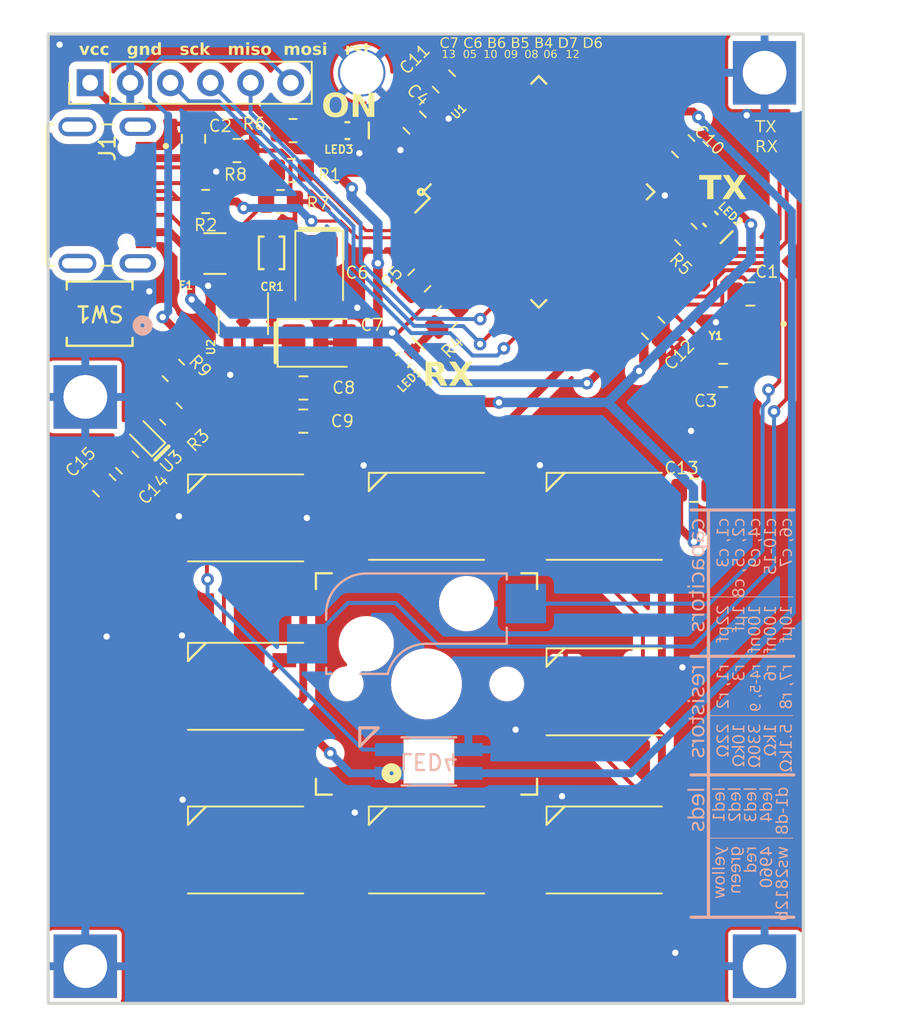
<source format=kicad_pcb>
(kicad_pcb (version 20221018) (generator pcbnew)
  (layers (0 "F.Cu" signal) (31 "B.Cu" signal) (34 "B.Paste" user) (35 "F.Paste" user) (36 "B.SilkS" user "B.Silkscreen") (37 "F.SilkS" user "F.Silkscreen") (38 "B.Mask" user) (39 "F.Mask" user) (44 "Edge.Cuts" user))
  (net 0 "")
  (net 1 "GND")
  (net 2 "Net-(U1-XTAL1)")
  (net 3 "VBUS")
  (net 4 "Net-(U1-XTAL2)")
  (net 5 "Net-(U1-AREF)")
  (net 6 "Net-(U1-UCAP)")
  (net 7 "Net-(U2-EN)")
  (net 8 "VCC")
  (net 9 "Net-(CR1-Pad2)")
  (net 10 "Net-(D1-DOUT)")
  (net 11 "Net-(D1-DIN)")
  (net 12 "Net-(D2-DIN)")
  (net 13 "Net-(D3-DIN)")
  (net 14 "Net-(D4-DIN)")
  (net 15 "Net-(D5-DIN)")
  (net 16 "Net-(D6-DIN)")
  (net 17 "D4")
  (net 19 "Net-(J1-CC1)")
  (net 22 "Net-(J1-D-)")
  (net 23 "Net-(J1-D+)")
  (net 24 "Net-(J1-CC2)")
  (net 31 "D3")
  (net 32 "D2")
  (net 33 "D15")
  (net 34 "D14")
  (net 35 "D16")
  (net 36 "RESET")
  (net 37 "Net-(LED1-Pad1)")
  (net 38 "Net-(LED2-Pad1)")
  (net 39 "Net-(LED3-Pad2)")
  (net 40 "DN")
  (net 41 "DP")
  (net 42 "Net-(U1-PB0)")
  (net 43 "Net-(U1-PD5)")
  (net 44 "D7")
  (net 45 "D11")
  (net 46 "RXI")
  (net 47 "TXO")
  (net 48 "D12")
  (net 49 "D6")
  (net 50 "D8")
  (net 51 "D9")
  (net 52 "D10")
  (net 53 "D5")
  (net 54 "D13")
  (net 55 "A0")
  (net 56 "A1")
  (net 57 "A2")
  (net 58 "A3")
  (net 59 "A4")
  (net 60 "A5")
  (net 64 "Net-(D7-DIN)")
  (net 65 "Net-(R9-Pad2)")
  (footprint "Capacitor_SMD:C_0805_2012Metric" (layer "F.Cu") (at 201.35 49.9 -45)
    (fp_text reference "C11")
    (fp_text value "100nf")
  )
  (footprint "" (layer "F.Cu") (at 178.65 69.85)
    (fp_text reference "")
    (fp_text value "")
  )
  (footprint "LED_SMD:LED_WS2812B_PLCC4_5.0x5.0mm_P3.2mm" (layer "F.Cu") (at 188.8 98.5 180)
    (fp_text reference "D5" hide)
    (fp_text value "WS2812B")
  )
  (footprint "MF_USMF050_2:FUSER_MF-USMF050-2" (layer "F.Cu") (at 186.85706 60.783704)
    (fp_text reference "F1")
    (fp_text value "MF-USMF050-2")
  )
  (footprint "Capacitor_SMD:C_0805_2012Metric" (layer "F.Cu") (at 199.8 62.49 45)
    (fp_text reference "C5")
    (fp_text value "1uf")
  )
  (footprint "Resistor_SMD:R_0805_2012Metric" (layer "F.Cu") (at 191.01 57.5)
    (fp_text reference "R7")
    (fp_text value "5.1k")
  )
  (footprint "Capacitor_SMD:C_0805_2012Metric" (layer "F.Cu") (at 192.45706 69.283704 180)
    (fp_text reference "C8")
    (fp_text value "1uf")
  )
  (footprint "Diode_SMD:D_SOD-523" (layer "F.Cu") (at 182.4 72.3 135)
    (fp_text reference "U3")
    (fp_text value "1SS400T1G")
  )
  (footprint "Capacitor_SMD:C_0805_2012Metric" (layer "F.Cu") (at 192.45 71.38 180)
    (fp_text reference "C9")
    (fp_text value "100nf")
  )
  (footprint "R_667843:R-667843_MIT" (layer "F.Cu") (at 179.55706 64.583704 180)
    (fp_text reference "SW1")
    (fp_text value "R-667843")
  )
  (footprint "Capacitor_SMD:C_0805_2012Metric" (layer "F.Cu") (at 214.6 65.5 -45)
    (fp_text reference "C12")
    (fp_text value "100nf")
  )
  (footprint "Resistor_SMD:R_0805_2012Metric" (layer "F.Cu") (at 184.075 70.925 135)
    (fp_text reference "R3")
    (fp_text value "10k")
  )
  (footprint "" (layer "F.Cu") (at 221.65 105.85)
    (fp_text reference "")
    (fp_text value "")
  )
  (footprint "Capacitor_SMD:C_0805_2012Metric" (layer "F.Cu") (at 179.85 75.45 135)
    (fp_text reference "C15")
    (fp_text value "100nf")
  )
  (footprint "" (layer "F.Cu") (at 178.65 69.85)
    (fp_text reference "")
    (fp_text value "")
  )
  (footprint "" (layer "F.Cu") (at 221.65 49.35)
    (fp_text reference "")
    (fp_text value "")
  )
  (footprint "LED_SMD:LED_WS2812B_PLCC4_5.0x5.0mm_P3.2mm" (layer "F.Cu") (at 200.25 98.5 180)
    (fp_text reference "D4" hide)
    (fp_text value "WS2812B")
  )
  (footprint "Capacitor_SMD:C_0805_2012Metric" (layer "F.Cu") (at 216.5 54 135)
    (fp_text reference "C10")
    (fp_text value "100nf")
  )
  (footprint "Capacitor_Tantalum_SMD:CP_EIA-3528-15_AVX-H_Pad1.50x2.35mm_HandSolder" (layer "F.Cu") (at 193.45706 66.43)
    (fp_text reference "C7")
    (fp_text value "10uf")
  )
  (footprint "DX07S016JA1R1500:JAE_DX07S016JA1R1500" (layer "F.Cu") (at 181.25 57.083704 -90)
    (fp_text reference "J1")
    (fp_text value "DX07S016JA1R1500")
    (fp_line (start 2.875 -0.315) (end 3.125 -0.315) (stroke (width 0.01)) (layer "Edge.Cuts"))
    (fp_line (start 3.125 0.315) (end 2.875 0.315) (stroke (width 0.01)) (layer "Edge.Cuts"))
    (fp_arc (start 2.56 0) (mid 2.652261 -0.222739) (end 2.875 -0.315) (stroke (width 0.01)) (layer "Edge.Cuts"))
    (fp_arc (start 2.875 0.315) (mid 2.652261 0.222739) (end 2.56 0) (stroke (width 0.01)) (layer "Edge.Cuts"))
    (fp_arc (start 3.125 -0.315) (mid 3.347739 -0.222739) (end 3.44 0) (stroke (width 0.01)) (layer "Edge.Cuts"))
    (fp_arc (start 3.44 0) (mid 3.347739 0.222739) (end 3.125 0.315) (stroke (width 0.01)) (layer "Edge.Cuts"))
  )
  (footprint "" (layer "F.Cu") (at 221.65 49.35)
    (fp_text reference "")
    (fp_text value "")
  )
  (footprint "Resistor_SMD:R_0805_2012Metric" (layer "F.Cu") (at 216.675 59.575 -45)
    (fp_text reference "R5")
    (fp_text value "330")
  )
  (footprint "Capacitor_SMD:C_0805_2012Metric" (layer "F.Cu") (at 199.5 52.5 135)
    (fp_text reference "C4")
    (fp_text value "100nf")
  )
  (footprint "Package_TO_SOT_SMD:SOT-23-5" (layer "F.Cu") (at 188.65706 65.083704 -90)
    (fp_text reference "U2")
    (fp_text value "MIC5219-5.0YM5")
  )
  (footprint "" (layer "F.Cu") (at 178.65 69.85)
    (fp_text reference "")
    (fp_text value "")
  )
  (footprint "footprints:LED_LTST-C191KRKT_LTO" (layer "F.Cu") (at 198.792204 67.507796 -135)
    (fp_text reference "LED1")
    (fp_text value "LTST-C191KSKT")
  )
  (footprint "LED_SMD:LED_WS2812B_PLCC4_5.0x5.0mm_P3.2mm" (layer "F.Cu") (at 211.5 77.4 180)
    (fp_text reference "D1" hide)
    (fp_text value "WS2812B")
  )
  (footprint "Resistor_SMD:R_0805_2012Metric" (layer "F.Cu") (at 191.8 53.01)
    (fp_text reference "R6")
    (fp_text value "1k")
  )
  (footprint "Resistor_SMD:R_0805_2012Metric" (layer "F.Cu") (at 201.535235 64.784765 -135)
    (fp_text reference "R4")
    (fp_text value "330")
  )
  (footprint "Capacitor_SMD:C_0805_2012Metric" (layer "F.Cu") (at 219.03 68.49)
    (fp_text reference "C3")
    (fp_text value "22pf")
  )
  (footprint "Connector_PinHeader_2.54mm:PinHeader_1x06_P2.54mm_Vertical" (layer "F.Cu") (at 178.95706 49.983704 90)
    (fp_text reference "J3" hide)
    (fp_text value "Conn_01x06")
  )
  (footprint "footprints:LED_LTST-C191KRKT_LTO" (layer "F.Cu") (at 195.24 53.01 180)
    (fp_text reference "LED3")
    (fp_text value "LTST-C191KSKT")
  )
  (footprint "" (layer "F.Cu") (at 196.15 49.35)
    (fp_text reference "")
    (fp_text value "")
  )
  (footprint "Resistor_SMD:R_0805_2012Metric" (layer "F.Cu") (at 184.225 68.175 135)
    (fp_text reference "R9")
    (fp_text value "330")
  )
  (footprint "clipboard:4f5b61f9-1e4c-4a2e-b6b5-7684ae1e77c1" (layer "F.Cu") (at 221.65 105.85)
    (fp_text reference "")
    (fp_text value "")
  )
  (footprint "ECS-160-10-36-CKM-TR3:XTAL_ECS-160-10-36-CKM-TR3" (layer "F.Cu") (at 220.80706 65.933704 180)
    (fp_text reference "Y1")
    (fp_text value "ECS-160-10-36-CKM-TR3")
  )
  (footprint "Capacitor_Tantalum_SMD:CP_EIA-3528-15_AVX-H_Pad1.50x2.35mm_HandSolder" (layer "F.Cu") (at 193.45706 61.983704 -90)
    (fp_text reference "C6")
    (fp_text value "10uf")
  )
  (footprint "clipboard:4f5b61f9-1e4c-4a2e-b6b5-7684ae1e77c1" (layer "F.Cu") (at 178.65 105.85)
    (fp_text reference "")
    (fp_text value "")
  )
  (footprint "keyswitches:Kailh_socket_MX" (layer "F.Cu") (at 200.25 88)
    (fp_text reference "J2" hide)
    (fp_text value "Conn_01x02")
  )
  (footprint "LED_SMD:LED_WS2812B_PLCC4_5.0x5.0mm_P3.2mm" (layer "F.Cu") (at 188.8 77.5 180)
    (fp_text reference "D7" hide)
    (fp_text value "WS2812B")
  )
  (footprint "footprints:LED_LTST-C191KRKT_LTO" (layer "F.Cu") (at 218.225 58.6 135)
    (fp_text reference "LED2")
    (fp_text value "LTST-C191KSKT")
  )
  (footprint "clipboard:4f5b61f9-1e4c-4a2e-b6b5-7684ae1e77c1" (layer "F.Cu") (at 178.65 69.85)
    (fp_text reference "")
    (fp_text value "")
  )
  (footprint "Capacitor_SMD:C_0805_2012Metric" (layer "F.Cu") (at 185.5 53.53 90)
    (fp_text reference "C2")
    (fp_text value "1uf")
  )
  (footprint "Resistor_SMD:R_0805_2012Metric" (layer "F.Cu") (at 191.7 55.53 180)
    (fp_text reference "R1")
    (fp_text value "22")
  )
  (footprint "LED_SMD:LED_WS2812B_PLCC4_5.0x5.0mm_P3.2mm" (layer "F.Cu") (at 211.5 88.5 180)
    (fp_text reference "D2" hide)
    (fp_text value "WS2812B")
  )
  (footprint "clipboard:4f5b61f9-1e4c-4a2e-b6b5-7684ae1e77c1" (layer "F.Cu") (at 221.65 49.35)
    (fp_text reference "")
    (fp_text value "")
  )
  (footprint "Package_QFP:TQFP-44_10x10mm_P0.8mm" (layer "F.Cu") (at 207.35706 56.883704 45)
    (fp_text reference "U1")
    (fp_text value "ATmega32U4-A")
  )
  (footprint "LED_SMD:LED_WS2812B_PLCC4_5.0x5.0mm_P3.2mm" (layer "F.Cu") (at 211.5 98.5 180)
    (fp_text reference "D3" hide)
    (fp_text value "WS2812B")
  )
  (footprint "LED_SMD:LED_WS2812B_PLCC4_5.0x5.0mm_P3.2mm" (layer "F.Cu") (at 200.25 77.4 180)
    (fp_text reference "D8" hide)
    (fp_text value "WS2812B")
  )
  (footprint "LED_SMD:LED_WS2812B_PLCC4_5.0x5.0mm_P3.2mm" (layer "F.Cu") (at 188.8 88.15 180)
    (fp_text reference "D6" hide)
    (fp_text value "WS2812B")
  )
  (footprint "Resistor_SMD:R_0805_2012Metric" (layer "F.Cu") (at 186.2725 57.49)
    (fp_text reference "R2")
    (fp_text value "22")
  )
  (footprint "Capacitor_SMD:C_0805_2012Metric" (layer "F.Cu") (at 220.75 63.34)
    (fp_text reference "C1")
    (fp_text value "22pf")
  )
  (footprint "Capacitor_SMD:C_0805_2012Metric" (layer "F.Cu") (at 217.2 75.75)
    (fp_text reference "C13")
    (fp_text value "100nf")
  )
  (footprint "" (layer "F.Cu") (at 221.65 49.35)
    (fp_text reference "")
    (fp_text value "")
  )
  (footprint "2023-12-05_05-52-42:SDO_RB550VM-30TE-17_ROM" (layer "F.Cu") (at 190.44 60.7392 -90)
    (fp_text reference "CR1")
    (fp_text value "RB550VM-30TE-17")
  )
  (footprint "Resistor_SMD:R_0805_2012Metric" (layer "F.Cu") (at 188.25 54.27)
    (fp_text reference "R8")
    (fp_text value "5.1k")
  )
  (footprint "" (layer "F.Cu") (at 221.65 105.85)
    (fp_text reference "")
    (fp_text value "")
  )
  (footprint "" (layer "F.Cu") (at 221.65 105.85)
    (fp_text reference "")
    (fp_text value "")
  )
  (footprint "" (layer "F.Cu") (at 178.65 105.85)
    (fp_text reference "")
    (fp_text value "")
  )
  (footprint "Capacitor_SMD:C_0805_2012Metric" (layer "F.Cu") (at 181.3 74 135)
    (fp_text reference "C14")
    (fp_text value "100nf")
  )
  (footprint "SK6812-E:4960_ADA" (layer "B.Cu") (at 200.4 92.9)
    (fp_text reference "LED4")
    (fp_text value "4960")
    (fp_line (start -1.6002 -1.397) (end 1.6002 -1.397) (stroke (width 0.0254)) (layer "Edge.Cuts"))
    (fp_line (start -1.6002 1.397) (end -1.6002 -1.397) (stroke (width 0.0254)) (layer "Edge.Cuts"))
    (fp_line (start -1.6002 1.397) (end 1.6002 1.397) (stroke (width 0.0254)) (layer "Edge.Cuts"))
    (fp_line (start 1.6002 -1.397) (end 1.6002 1.397) (stroke (width 0.0254)) (layer "Edge.Cuts"))
  )
  (footprint "LOGO" (layer "B.Cu") (at 207.8 56.2 180)
    (fp_text reference "G***" hide)
    (fp_text value "LOGO" hide)
  )
  (gr_line (start 223.5 77) (end 217 77) (stroke (width 0.2)) (layer "B.SilkS"))
  (gr_line (start 218.1 102.75) (end 218.1 77.025) (stroke (width 0.2)) (layer "B.SilkS"))
  (gr_line (start 223.4375 82.5) (end 218.0625 82.5) (stroke (width 0.05)) (layer "B.SilkS"))
  (gr_line (start 196.023464 90.776536) (end 196.023464 91.936536) (stroke (width 0.2)) (layer "B.SilkS"))
  (gr_line (start 223.4375 97.75) (end 218.0625 97.75) (stroke (width 0.05)) (layer "B.SilkS"))
  (gr_line (start 196.027215 91.942784) (end 197.192784 90.777215) (stroke (width 0.2)) (layer "B.SilkS"))
  (gr_line (start 223.5 86.25) (end 217 86.25) (stroke (width 0.2)) (layer "B.SilkS"))
  (gr_line (start 223.4375 90) (end 218.0625 90) (stroke (width 0.05)) (layer "B.SilkS"))
  (gr_line (start 196.023464 90.776536) (end 197.193464 90.776536) (stroke (width 0.2)) (layer "B.SilkS"))
  (gr_line (start 223.5 102.75) (end 217 102.75) (stroke (width 0.2)) (layer "B.SilkS"))
  (gr_line (start 223.5 93.75) (end 217 93.75) (stroke (width 0.2)) (layer "B.SilkS"))
  (gr_line (start 196.6 75.8) (end 197.75 74.65) (stroke (width 0.15)) (layer "F.SilkS"))
  (gr_line (start 185.15 75.9) (end 186.3 74.75) (stroke (width 0.15)) (layer "F.SilkS"))
  (gr_line (start 192.2 59.19) (end 194.7 59.19) (stroke (width 0.2)) (layer "F.SilkS"))
  (gr_line (start 207.85 86.9) (end 209 85.75) (stroke (width 0.15)) (layer "F.SilkS"))
  (gr_line (start 207.85 96.9) (end 209 95.75) (stroke (width 0.15)) (layer "F.SilkS"))
  (gr_line (start 218.875 60.125) (end 219.625 59.375) (stroke (width 0.15)) (layer "F.SilkS"))
  (gr_line (start 185.15 96.9) (end 186.3 95.75) (stroke (width 0.15)) (layer "F.SilkS"))
  (gr_line (start 207.85 75.8) (end 209 74.65) (stroke (width 0.15)) (layer "F.SilkS"))
  (gr_line (start 196.6 96.9) (end 197.75 95.75) (stroke (width 0.15)) (layer "F.SilkS"))
  (gr_circle (center 199.9 56.89) (end 199.970711 56.89) (stroke (width 0.2)) (fill none) (layer "F.SilkS"))
  (gr_line (start 185.15 86.55) (end 186.25 85.45) (stroke (width 0.15)) (layer "F.SilkS"))
  (gr_line (start 196.6 53.5) (end 196.6 52.5) (stroke (width 0.15)) (layer "F.SilkS"))
  (gr_line (start 190.67 65.18) (end 190.67 67.68) (stroke (width 0.2)) (layer "F.SilkS"))
  (gr_line (start 199.375 66.125) (end 200.125 66.875) (stroke (width 0.15)) (layer "F.SilkS"))
  (gr_line (start 183.075735 73.824264) (end 183.924264 72.975735) (stroke (width 0.25)) (layer "F.SilkS"))
  (gr_rect (start 176.3 46.9) (end 224.1 108.2) (stroke (width 0.2)) (fill none) (layer "Edge.Cuts"))
  (gr_text "006" (at 180.6 91.505 90) (layer "F.Cu") (effects (font (size 0.6 0.6) (thickness 0.15) bold) (justify left bottom)))
  (gr_text "button v1.0.0" (at 179 102.6 90) (layer "F.Cu") (effects (font (size 1.5 1.5) (thickness 0.3) bold) (justify left bottom)))
  (gr_text "c6, c7" (at 223.5 77.5 90) (layer "B.SilkS") (effects (font (size 0.75 0.75) (thickness 0.09375)) (justify left bottom mirror)))
  (gr_text "r3" (at 220.5 86.75 90) (layer "B.SilkS") (effects (font (size 0.75 0.75) (thickness 0.09375)) (justify left bottom mirror)))
  (gr_text "4960" (at 222.25 98.25 90) (layer "B.SilkS") (effects (font (size 0.75 0.75) (thickness 0.09375)) (justify left bottom mirror)))
  (gr_text "d1-d8" (at 223.25 94.5 90) (layer "B.SilkS") (effects (font (size 0.75 0.75) (thickness 0.09375)) (justify left bottom mirror)))
  (gr_text "1kΩ" (at 222.5 90.5 90) (layer "B.SilkS") (effects (font (size 0.75 0.75) (thickness 0.09375)) (justify left bottom mirror)))
  (gr_text "100nf" (at 221.5 83 90) (layer "B.SilkS") (effects (font (size 0.75 0.75) (thickness 0.09375)) (justify left bottom mirror)))
  (gr_text "red" (at 221.25 98.25 90) (layer "B.SilkS") (effects (font (size 0.75 0.75) (thickness 0.09375)) (justify left bottom mirror)))
  (gr_text "c2, c5, c8" (at 220.5 77.5 90) (layer "B.SilkS") (effects (font (size 0.75 0.75) (thickness 0.09375)) (justify left bottom mirror)))
  (gr_text "led3" (at 221.25 94.5 90) (layer "B.SilkS") (effects (font (size 0.75 0.75) (thickness 0.09375)) (justify left bottom mirror)))
  (gr_text "leds" (at 218 94.5 90) (layer "B.SilkS") (effects (font (size 1 1) (thickness 0.125)) (justify left bottom mirror)))
  (gr_text "22pf" (at 219.5 83 90) (layer "B.SilkS") (effects (font (size 0.75 0.75) (thickness 0.09375)) (justify left bottom mirror)))
  (gr_text "5.1kΩ" (at 223.5 90.5 90) (layer "B.SilkS") (effects (font (size 0.75 0.75) (thickness 0.09375)) (justify left bottom mirror)))
  (gr_text "c4, c9" (at 221.5 77.5 90) (layer "B.SilkS") (effects (font (size 0.75 0.75) (thickness 0.09375)) (justify left bottom mirror)))
  (gr_text "10kΩ" (at 220.5 90.5 90) (layer "B.SilkS") (effects (font (size 0.75 0.75) (thickness 0.09375)) (justify left bottom mirror)))
  (gr_text "yellow" (at 219.25 98.25 90) (layer "B.SilkS") (effects (font (size 0.75 0.75) (thickness 0.09375)) (justify left bottom mirror)))
  (gr_text "100nf" (at 222.5 83 90) (layer "B.SilkS") (effects (font (size 0.75 0.75) (thickness 0.09375)) (justify left bottom mirror)))
  (gr_text "10µf" (at 223.5 83 90) (layer "B.SilkS") (effects (font (size 0.75 0.75) (thickness 0.09375)) (justify left bottom mirror)))
  (gr_text "22Ω" (at 219.5 90.5 90) (layer "B.SilkS") (effects (font (size 0.75 0.75) (thickness 0.09375)) (justify left bottom mirror)))
  (gr_text "c10-15" (at 222.5 77.5 90) (layer "B.SilkS") (effects (font (size 0.75 0.75) (thickness 0.09375)) (justify left bottom mirror)))
  (gr_text "led4" (at 222.25 94.5 90) (layer "B.SilkS") (effects (font (size 0.75 0.75) (thickness 0.09375)) (justify left bottom mirror)))
  (gr_text "led2" (at 220.25 94.5 90) (layer "B.SilkS") (effects (font (size 0.75 0.75) (thickness 0.09375)) (justify left bottom mirror)))
  (gr_text "r1, r2" (at 219.5 86.75 90) (layer "B.SilkS") (effects (font (size 0.75 0.75) (thickness 0.09375)) (justify left bottom mirror)))
  (gr_text "330Ω" (at 221.5 90.5 90) (layer "B.SilkS") (effects (font (size 0.75 0.75) (thickness 0.09375)) (justify left bottom mirror)))
  (gr_text "r6" (at 222.5 86.75 90) (layer "B.SilkS") (effects (font (size 0.75 0.75) (thickness 0.09375)) (justify left bottom mirror)))
  (gr_text "c1, c3" (at 219.5 77.5 90) (layer "B.SilkS") (effects (font (size 0.75 0.75) (thickness 0.09375)) (justify left bottom mirror)))
  (gr_text "green" (at 220.25 98.25 90) (layer "B.SilkS") (effects (font (size 0.75 0.75) (thickness 0.09375)) (justify left bottom mirror)))
  (gr_text "r7, r8" (at 223.5 86.75 90) (layer "B.SilkS") (effects (font (size 0.75 0.75) (thickness 0.09375)) (justify left bottom mirror)))
  (gr_text "r4-5, 9" (at 221.5 86.75 90) (layer "B.SilkS") (effects (font (size 0.65 0.65) (thickness 0.09375)) (justify left bottom mirror)))
  (gr_text "capacitors" (at 218 77.5 90) (layer "B.SilkS") (effects (font (size 1 1) (thickness 0.125)) (justify left bottom mirror)))
  (gr_text "ws2812b" (at 223.25 98.25 90) (layer "B.SilkS") (effects (font (size 0.75 0.75) (thickness 0.09375)) (justify left bottom mirror)))
  (gr_text "led1" (at 219.25 94.5 90) (layer "B.SilkS") (effects (font (size 0.75 0.75) (thickness 0.09375)) (justify left bottom mirror)))
  (gr_text "1µf" (at 220.5 83 90) (layer "B.SilkS") (effects (font (size 0.75 0.75) (thickness 0.09375)) (justify left bottom mirror)))
  (gr_text "resistors" (at 218 86.75 90) (layer "B.SilkS") (effects (font (size 1 1) (thickness 0.125)) (justify left bottom mirror)))
  (gr_text "05" (at 202.55 48.5) (layer "F.SilkS") (effects (font (size 0.5 0.5) (thickness 0.125)) (justify left bottom)))
  (gr_text "vcc   gnd   sck   miso  mosi   rst" (at 178.25 48.35) (layer "F.SilkS") (effects (font (size 0.75 0.75) (thickness 0.1) bold) (justify left bottom)))
  (gr_text "TX" (at 217.5 57.6) (layer "F.SilkS") (effects (font (size 1.5 1.5) (thickness 0.3) bold) (justify left bottom)))
  (gr_text "09" (at 205.15 48.5) (layer "F.SilkS") (effects (font (size 0.5 0.5) (thickness 0.125)) (justify left bottom)))
  (gr_text "RX" (at 200 69.4) (layer "F.SilkS") (effects (font (size 1.5 1.5) (thickness 0.3) bold) (justify left bottom)))
  (gr_text "ON" (at 193.6 52.4) (layer "F.SilkS") (effects (font (size 1.5 1.5) (thickness 0.3) bold) (justify left bottom)))
  (gr_text "13" (at 201.21 48.5) (layer "F.SilkS") (effects (font (size 0.5 0.5) (thickness 0.125)) (justify left bottom)))
  (gr_text "06" (at 207.65 48.5) (layer "F.SilkS") (effects (font (size 0.5 0.5) (thickness 0.125)) (justify left bottom)))
  (gr_text "C7 C6 B6 B5 B4 D7 D6" (at 201.08 47.89) (layer "F.SilkS") (effects (font (size 0.65 0.65)) (justify left bottom)))
  (gr_text "08" (at 206.45 48.5) (layer "F.SilkS") (effects (font (size 0.5 0.5) (thickness 0.125)) (justify left bottom)))
  (gr_text "12" (at 209.05 48.5) (layer "F.SilkS") (effects (font (size 0.5 0.5) (thickness 0.125)) (justify left bottom)))
  (gr_text "TX\nRX" (at 221.05 54.5) (layer "F.SilkS") (effects (font (size 0.75 0.75)) (justify left bottom)))
  (gr_text "10" (at 203.85 48.5) (layer "F.SilkS") (effects (font (size 0.5 0.5) (thickness 0.125)) (justify left bottom)))
  (segment (start 219.231751 53.328249) (end 220.52 52.04) (width 0.25) (layer "F.Cu") (net 1))
  (segment (start 222.175 48.625) (end 222.6 49.05) (width 0.25) (layer "F.Cu") (net 1))
  (segment (start 191.9225 57.5) (end 191.64 57.2175) (width 0.25) (layer "F.Cu") (net 1))
  (segment (start 183.519509 60.183704) (end 182.35 60.183704) (width 0.25) (layer "F.Cu") (net 1))
  (segment (start 195.87 64.21) (end 195.87 61.28) (width 0.25) (layer "F.Cu") (net 1))
  (segment (start 218.57 65.13) (end 218.491396 65.13) (width 0.25) (layer "F.Cu") (net 1))
  (segment (start 187.827 55.6055) (end 189.1625 54.27) (width 0.25) (layer "F.Cu") (net 1))
  (segment (start 191.07 54.27) (end 189.1625 54.27) (width 0.25) (layer "F.Cu") (net 1))
  (segment (start 183.5 53.983704) (end 183.25706 53.983704) (width 0.5) (layer "F.Cu") (net 1))
  (segment (start 219.8 63.34) (end 219.8 63.821396) (width 0.25) (layer "F.Cu") (net 1))
  (segment (start 218.57 65.051396) (end 218.57 65.13) (width 0.25) (layer "F.Cu") (net 1))
  (segment (start 202.021751 50.571751) (end 202.021751 51.878249) (width 0.25) (layer "F.Cu") (net 1))
  (segment (start 201.65 52.25) (end 203.793645 50.106355) (width 0.25) (layer "F.Cu") (net 1))
  (segment (start 202.276767 60.832626) (end 202.760866 60.348527) (width 0.25) (layer "F.Cu") (net 1))
  (segment (start 196.48 60.67) (end 200.490227 60.67) (width 0.25) (layer "F.Cu") (net 1))
  (segment (start 200.490227 60.67) (end 200.652853 60.832626) (width 0.25) (layer "F.Cu") (net 1))
  (segment (start 198.96 54.6) (end 198.6 54.24) (width 0.25) (layer "F.Cu") (net 1))
  (segment (start 205.105194 50.106355) (end 205.589293 50.590454) (width 0.25) (layer "F.Cu") (net 1))
  (segment (start 183.625 63.175) (end 184.36506 62.43494) (width 0.25) (layer "F.Cu") (net 1))
  (segment (start 215.521751 64.833147) (end 215.521751 65.921751) (width 0.25) (layer "F.Cu") (net 1))
  (segment (start 215.521751 65.921751) (end 215.271751 66.171751) (width 0.25) (layer "F.Cu") (net 1))
  (segment (start 184.36506 62.43494) (end 184.36506 61.029255) (width 0.25) (layer "F.Cu") (net 1))
  (segment (start 182.7 63.175) (end 183.625 63.175) (width 0.25) (layer "F.Cu") (net 1))
  (segment (start 201.06381 55.115937) (end 200.547873 54.6) (width 0.25) (layer "F.Cu") (net 1))
  (segment (start 184.36506 61.029255) (end 183.519509 60.183704) (width 0.25) (layer "F.Cu") (net 1))
  (segment (start 195.87 61.28) (end 196.48 60.67) (width 0.25) (layer "F.Cu") (net 1))
  (segment (start 215.828249 53.328249) (end 219.231751 53.328249) (width 0.25) (layer "F.Cu") (net 1))
  (segment (start 218.561396 65.06) (end 218.52 65.06) (width 0.25) (layer "F.Cu") (net 1))
  (segment (start 210.256198 62.045584) (end 211.520614 63.31) (width 0.25) (layer "F.Cu") (net 1))
  (segment (start 213.998604 63.31) (end 215.521751 64.833147) (width 0.25) (layer "F.Cu") (net 1))
  (segment (start 202.021751 51.878249) (end 201.65 52.25) (width 0.25) (layer "F.Cu") (net 1))
  (segment (start 222.175 48.625) (end 222.05 48.5) (width 0.5) (layer "F.Cu") (net 1))
  (segment (start 184.096296 53.983704) (end 183.5 53.983704) (width 0.5) (layer "F.Cu") (net 1))
  (segment (start 185.5 52.58) (end 184.096296 53.983704) (width 0.5) (layer "F.Cu") (net 1))
  (segment (start 218.491396 65.13) (end 218.561396 65.06) (width 0.25) (layer "F.Cu") (net 1))
  (segment (start 186.937271 55.6055) (end 187.827 55.6055) (width 0.25) (layer "F.Cu") (net 1))
  (segment (start 211.520614 63.31) (end 213.998604 63.31) (width 0.25) (layer "F.Cu") (net 1))
  (segment (start 203.793645 50.106355) (end 205.105194 50.106355) (width 0.25) (layer "F.Cu") (net 1))
  (segment (start 219.8 63.821396) (end 218.57 65.051396) (width 0.25) (layer "F.Cu") (net 1))
  (segment (start 200.652853 60.832626) (end 202.276767 60.832626) (width 0.25) (layer "F.Cu") (net 1))
  (segment (start 182.85 63.175) (end 182.7 63.175) (width 0.25) (layer "F.Cu") (net 1))
  (segment (start 191.64 57.2175) (end 191.64 54.84) (width 0.25) (layer "F.Cu") (net 1))
  (segment (start 182.35 53.983704) (end 183.5 53.983704) (width 0.5) (layer "F.Cu") (net 1))
  (segment (start 191.64 54.84) (end 191.07 54.27) (width 0.25) (layer "F.Cu") (net 1))
  (segment (start 215.271751 66.171751) (end 216.5 67.4) (width 0.25) (layer "F.Cu") (net 1))
  (segment (start 200.547873 54.6) (end 198.96 54.6) (width 0.25) (layer "F.Cu") (net 1))
  (segment (start 186.937271 55.6055) (end 187.1955 55.6055) (width 0.25) (layer "F.Cu") (net 1))
  (via (at 207.43 74.17) (size 0.8) (drill 0.4) (layers "F.Cu" "B.Cu") (net 1))
  (via (at 196 54.44) (size 0.8) (drill 0.4) (layers "F.Cu" "B.Cu") (net 1))
  (via (at 215.34 57.11) (size 0.8) (drill 0.4) (layers "F.Cu" "B.Cu") (net 1))
  (via (at 217 72) (size 0.8) (drill 0.4) (layers "F.Cu" "B.Cu") (net 1))
  (via (at 182.7 63.175) (size 0.8) (drill 0.4) (layers "F.Cu" "B.Cu") (net 1))
  (via (at 201.65 52.25) (size 0.8) (drill 0.4) (layers "F.Cu" "B.Cu") (net 1))
  (via (at 184.575 77.4) (size 0.8) (drill 0.4) (layers "F.Cu" "B.Cu") (net 1))
  (via (at 208.83 95.1) (size 0.8) (drill 0.4) (layers "F.Cu" "B.Cu") (net 1))
  (via (at 195.87 64.21) (size 0.8) (drill 0.4) (layers "F.Cu" "B.Cu") (net 1))
  (via (at 198.6 54.24) (size 0.8) (drill 0.4) (layers "F.Cu" "B.Cu") (net 1))
  (via (at 187.825 68.45) (size 0.8) (drill 0.4) (layers "F.Cu" "B.Cu") (net 1))
  (via (at 177.025 47.575) (size 0.8) (drill 0.4) (layers "F.Cu" "B.Cu") (net 1))
  (via (at 192.675 77.5) (size 0.8) (drill 0.4) (layers "F.Cu" "B.Cu") (net 1))
  (via (at 184.81 95.32) (size 0.8) (drill 0.4) (layers "F.Cu" "B.Cu") (net 1))
  (via (at 216 105) (size 0.8) (drill 0.4) (layers "F.Cu" "B.Cu") (net 1))
  (via (at 216.45 86.95) (size 0.8) (drill 0.4) (layers "F.Cu" "B.Cu") (net 1))
  (via (at 186.425 62.825) (size 0.8) (drill 0.4) (layers "F.Cu" "B.Cu") (net 1))
  (via (at 220.52 52.04) (size 0.8) (drill 0.4) (layers "F.Cu" "B.Cu") (net 1))
  (via (at 196.27 74.18) (size 0.8) (drill 0.4) (layers "F.Cu" "B.Cu") (net 1))
  (via (at 184.77 84.94) (size 0.8) (drill 0.4) (layers "F.Cu" "B.Cu") (net 1))
  (via (at 180 85) (size 0.8) (drill 0.4) (layers "F.Cu" "B.Cu") (net 1))
  (via (at 218.57 65.13) (size 0.8) (drill 0.4) (layers "F.Cu" "B.Cu") (net 1))
  (via (at 186.937271 55.6055) (size 0.8) (drill 0.4) (layers "F.Cu" "B.Cu") (net 1))
  (via (at 195.71 96.13) (size 0.8) (drill 0.4) (layers "F.Cu" "B.Cu") (net 1))
  (via (at 205.89 90.89) (size 0.8) (drill 0.4) (layers "F.Cu" "B.Cu") (net 1))
  (segment (start 192.61 64.21) (end 186.937271 58.537271) (width 0.25) (layer "B.Cu") (net 1))
  (segment (start 195.87 64.21) (end 192.61 64.21) (width 0.25) (layer "B.Cu") (net 1))
  (segment (start 186.937271 58.537271) (end 186.937271 55.6055) (width 0.25) (layer "B.Cu") (net 1))
  (segment (start 221.7 65.240764) (end 221.65706 65.283704) (width 0.25) (layer "F.Cu") (net 2))
  (segment (start 211.387569 60.914213) (end 212.381109 61.907753) (width 0.25) (layer "F.Cu") (net 2))
  (segment (start 219.311827 62.29) (end 220.288173 62.29) (width 0.25) (layer "F.Cu") (net 2))
  (segment (start 213.869149 61.907753) (end 215.971396 64.01) (width 0.25) (layer "F.Cu") (net 2))
  (segment (start 220.625 64.01) (end 221.03 64.01) (width 0.25) (layer "F.Cu") (net 2))
  (segment (start 221.03 64.01) (end 221.7 63.34) (width 0.25) (layer "F.Cu") (net 2))
  (segment (start 212.381109 61.907753) (end 213.869149 61.907753) (width 0.25) (layer "F.Cu") (net 2))
  (segment (start 218.975 64.01) (end 218.975 62.626827) (width 0.25) (layer "F.Cu") (net 2))
  (segment (start 220.625 62.626827) (end 220.625 64.01) (width 0.25) (layer "F.Cu") (net 2))
  (segment (start 220.288173 62.29) (end 220.625 62.626827) (width 0.25) (layer "F.Cu") (net 2))
  (segment (start 218.975 62.626827) (end 219.311827 62.29) (width 0.25) (layer "F.Cu") (net 2))
  (segment (start 215.971396 64.01) (end 218.975 64.01) (width 0.25) (layer "F.Cu") (net 2))
  (segment (start 221.7 63.34) (end 221.7 65.240764) (width 0.25) (layer "F.Cu") (net 2))
  (segment (start 210.41 69.04) (end 210.47 68.98) (width 0.25) (layer "F.Cu") (net 3))
  (segment (start 198.07 65.78) (end 198.47 65.78) (width 0.25) (layer "F.Cu") (net 3))
  (segment (start 212.702295 66.728939) (end 212.702295 66.747705) (width 0.25) (layer "F.Cu") (net 3))
  (segment (start 182.35 54.733704) (end 181.665 54.733704) (width 0.25) (layer "F.Cu") (net 3))
  (segment (start 180.56 58.393704) (end 181.6 59.433704) (width 0.25) (layer "F.Cu") (net 3))
  (segment (start 204.376335 60.9958) (end 203.892237 61.479898) (width 0.25) (layer "F.Cu") (net 3))
  (segment (start 185.5 54.48) (end 185.231296 54.748704) (width 0.5) (layer "F.Cu") (net 3))
  (segment (start 201.547908 58.167373) (end 202.099991 58.167373) (width 0.25) (layer "F.Cu") (net 3))
  (segment (start 185.35706 63.66706) (end 185.38 63.69) (width 0.5) (layer "F.Cu") (net 3))
  (segment (start 201.06381 58.651471) (end 201.547908 58.167373) (width 0.25) (layer "F.Cu") (net 3))
  (segment (start 185.35706 60.783704) (end 185.35706 63.66706) (width 0.5) (layer "F.Cu") (net 3))
  (segment (start 185.35706 60.783704) (end 184.00706 59.433704) (width 0.5) (layer "F.Cu") (net 3))
  (segment (start 198.09 65.78) (end 198.07 65.78) (width 0.25) (layer "F.Cu") (net 3))
  (segment (start 212.702295 66.747705) (end 210.47 68.98) (width 0.5) (layer "F.Cu") (net 3))
  (segment (start 181.6 59.433704) (end 182.35 59.433704) (width 0.25) (layer "F.Cu") (net 3))
  (segment (start 202.099991 58.167373) (end 204.376335 60.443717) (width 0.25) (layer "F.Cu") (net 3))
  (segment (start 201.856751 62.393249) (end 202.978886 62.393249) (width 0.25) (layer "F.Cu") (net 3))
  (segment (start 198.47 65.78) (end 201.856751 62.393249) (width 0.25) (layer "F.Cu") (net 3))
  (segment (start 184.00706 59.433704) (end 182.35 59.433704) (width 0.5) (layer "F.Cu") (net 3))
  (segment (start 185.231296 54.748704) (end 182.365 54.748704) (width 0.5) (layer "F.Cu") (net 3))
  (segment (start 202.978886 62.393249) (end 203.892237 61.479898) (width 0.25) (layer "F.Cu") (net 3))
  (segment (start 210.41 68.98) (end 210.41 69.04) (width 0.25) (layer "F.Cu") (net 3))
  (segment (start 180.56 55.838704) (end 180.56 58.393704) (width 0.25) (layer "F.Cu") (net 3))
  (segment (start 182.365 54.748704) (end 182.35 54.733704) (width 0.5) (layer "F.Cu") (net 3))
  (segment (start 204.376335 60.443717) (end 204.376335 60.9958) (width 0.25) (layer "F.Cu") (net 3))
  (segment (start 210.47 68.98) (end 210.41 68.98) (width 0.25) (layer "F.Cu") (net 3))
  (segment (start 198.07 65.78) (end 198.07 65.8) (width 0.25) (layer "F.Cu") (net 3))
  (segment (start 181.665 54.733704) (end 180.56 55.838704) (width 0.25) (layer "F.Cu") (net 3))
  (segment (start 198.07 65.8) (end 198.08 65.79) (width 0.25) (layer "F.Cu") (net 3))
  (via (at 198.07 65.78) (size 0.8) (drill 0.4) (layers "F.Cu" "B.Cu") (net 3))
  (via (at 210.41 68.98) (size 0.8) (drill 0.4) (layers "F.Cu" "B.Cu") (net 3))
  (via (at 185.38 63.69) (size 0.8) (drill 0.4) (layers "F.Cu" "B.Cu") (net 3))
  (segment (start 185.38 63.69) (end 185.34 63.69) (width 0.75) (layer "B.Cu") (net 3))
  (segment (start 185.38 63.73) (end 185.38 63.69) (width 0.75) (layer "B.Cu") (net 3))
  (segment (start 198.07 65.78) (end 201.27 68.98) (width 0.5) (layer "B.Cu") (net 3))
  (segment (start 187.43 65.78) (end 185.38 63.73) (width 0.75) (layer "B.Cu") (net 3))
  (segment (start 198.07 65.78) (end 187.43 65.78) (width 0.75) (layer "B.Cu") (net 3))
  (segment (start 201.27 68.98) (end 210.41 68.98) (width 0.5) (layer "B.Cu") (net 3))
  (segment (start 185.34 63.69) (end 185.36 63.71) (width 0.75) (layer "B.Cu") (net 3))
  (segment (start 219.815 68.49) (end 219.98 68.49) (width 0.25) (layer "F.Cu") (net 4))
  (segment (start 213.682753 62.357753) (end 219.815 68.49) (width 0.25) (layer "F.Cu") (net 4))
  (segment (start 219.98 68.49) (end 219.98 66.606644) (width 0.25) (layer "F.Cu") (net 4))
  (segment (start 211.699738 62.357753) (end 213.682753 62.357753) (width 0.25) (layer "F.Cu") (net 4))
  (segment (start 219.98 66.606644) (end 219.95706 66.583704) (width 0.25) (layer "F.Cu") (net 4))
  (segment (start 210.821883 61.479898) (end 211.699738 62.357753) (width 0.25) (layer "F.Cu") (net 4))
  (segment (start 200.250994 53.171751) (end 201.629495 54.550252) (width 0.5) (layer "F.Cu") (net 5))
  (segment (start 203.326551 60.914213) (end 202.422515 61.818249) (width 0.5) (layer "F.Cu") (net 6))
  (segment (start 202.422515 61.818249) (end 200.471751 61.818249) (width 0.5) (layer "F.Cu") (net 6))
  (segment (start 191.714854 60.2) (end 193.298356 60.2) (width 0.5) (layer "F.Cu") (net 7))
  (segment (start 190.44 59.52) (end 191.034854 59.52) (width 0.5) (layer "F.Cu") (net 7))
  (segment (start 190.445 63.625) (end 193.45706 60.61294) (width 0.5) (layer "F.Cu") (net 7))
  (segment (start 193.298356 60.2) (end 193.45706 60.358704) (width 0.5) (layer "F.Cu") (net 7))
  (segment (start 189.23 62.61) (end 187.99 62.61) (width 0.5) (layer "F.Cu") (net 7))
  (segment (start 189.60706 63.946204) (end 189.60706 62.98706) (width 0.5) (layer "F.Cu") (net 7))
  (segment (start 189.60706 62.98706) (end 189.23 62.61) (width 0.5) (layer "F.Cu") (net 7))
  (segment (start 190.123796 63.946204) (end 190.445 63.625) (width 0.5) (layer "F.Cu") (net 7))
  (segment (start 187.70706 62.89294) (end 187.70706 63.946204) (width 0.5) (layer "F.Cu") (net 7))
  (segment (start 187.99 62.61) (end 187.70706 62.89294) (width 0.5) (layer "F.Cu") (net 7))
  (segment (start 189.60706 63.946204) (end 190.123796 63.946204) (width 0.5) (layer "F.Cu") (net 7))
  (segment (start 193.45706 60.61294) (end 193.45706 60.358704) (width 0.5) (layer "F.Cu") (net 7))
  (segment (start 191.034854 59.52) (end 191.714854 60.2) (width 0.5) (layer "F.Cu") (net 7))
  (segment (start 190.8875 53.01) (end 189.3875 51.51) (width 0.5) (layer "F.Cu") (net 8))
  (segment (start 196.645 69.655) (end 197.16 70.17) (width 0.6) (layer "F.Cu") (net 8))
  (segment (start 189.3875 51.51) (end 180.483356 51.51) (width 0.5) (layer "F.Cu") (net 8))
  (segment (start 197.21 51.39) (end 199.24 49.36) (width 0.5) (layer "F.Cu") (net 8))
  (segment (start 213.05 101.05) (end 203.6 101.05) (width 0.5) (layer "F.Cu") (net 8))
  (segment (start 192.45 88.9) (end 192.45 80.35) (width 0.5) (layer "F.Cu") (net 8))
  (segment (start 184.720235 71.570235) (end 185.35 72.2) (width 0.5) (layer "F.Cu") (net 8))
  (segment (start 190.05 91.98) (end 191.25 90.78) (width 0.5) (layer "F.Cu") (net 8))
  (segment (start 189.60706 66.221204) (end 191.623264 66.221204) (width 0.6) (layer "F.Cu") (net 8))
  (segment (start 192.05 79.95) (end 193.9 79.95) (width 0.5) (layer "F.Cu") (net 8))
  (segment (start 216.25 77.55) (end 216.25 78.08) (width 0.5) (layer "F.Cu") (net 8))
  (segment (start 193.06566 54.21) (end 192.0875 54.21) (width 0.6) (layer "F.Cu") (net 8))
  (segment (start 191.25 89.8) (end 191.55 89.8) (width 0.5) (layer "F.Cu") (net 8))
  (segment (start 197.21 55.201622) (end 197.21 51.39) (width 0.5) (layer "F.Cu") (net 8))
  (segment (start 213.828249 64.828249) (end 213.184655 64.184655) (width 0.6) (layer "F.Cu") (net 8))
  (segment (start 191.83206 66.43) (end 191.83206 66.97206) (width 0.6) (layer "F.Cu") (net 8))
  (segment (start 214.009099 67.572601) (end 214.009099 64.909099) (width 0.6) (layer "F.Cu") (net 8))
  (segment (start 216.25 77.55) (end 216.25 75.75) (width 0.5) (layer "F.Cu") (net 8))
  (segment (start 182.894975 72.794975) (end 184.275 74.175) (width 0.5) (layer "F.Cu") (net 8))
  (segment (start 219.540757 57.040757) (end 217.171751 54.671751) (width 0.5) (layer "F.Cu") (net 8))
  (segment (start 193.40706 69.283704) (end 193.40706 71.37294) (width 0.6) (layer "F.Cu") (net 8))
  (segment (start 195.519871 56.664469) (end 195.519871 56.664211) (width 0.6) (layer "F.Cu") (net 8))
  (segment (start 215.15 98.95) (end 213.95 100.15) (width 0.5) (layer "F.Cu") (net 8))
  (segment (start 219.640757 57.040757) (end 219.540757 57.040757) (width 0.5) (layer "F.Cu") (net 8))
  (segment (start 201.8 79.95) (end 202.7 79.05) (width 0.5) (layer "F.Cu") (net 8))
  (segment (start 191.25 90.78) (end 191.25 89.8) (width 0.5) (layer "F.Cu") (net 8))
  (segment (start 182.468502 74.175) (end 181.971751 74.671751) (width 0.5) (layer "F.Cu") (net 8))
  (segment (start 196.645 69.655) (end 198.244408 68.055592) (width 0.6) (layer "F.Cu") (net 8))
  (segment (start 191.55 89.8) (end 192.45 88.9) (width 0.5) (layer "F.Cu") (net 8))
  (segment (start 185.35 72.2) (end 185.35 73.175) (width 0.5) (layer "F.Cu") (net 8))
  (segment (start 220.79 58.95) (end 219.640757 57.800757) (width 0.5) (layer "F.Cu") (net 8))
  (segment (start 203.6 101.05) (end 202.7 100.15) (width 0.5) (layer "F.Cu") (net 8))
  (segment (start 215.188299 54.35) (end 214.416247 54.35) (width 0.5) (layer "F.Cu") (net 8))
  (segment (start 202.7 100.15) (end 201.8 101.05) (width 0.5) (layer "F.Cu") (net 8))
  (segment (start 200.546498 49.36) (end 200.678249 49.228249) (width 0.5) (layer "F.Cu") (net 8))
  (segment (start 184.275 74.175) (end 184.275 74.25) (width 0.25) (layer "F.Cu") (net 8))
  (segment (start 181.546751 74.171751) (end 181.528249 74.171751) (width 0.25) (layer "F.Cu") (net 8))
  (segment (start 197.69 55.681622) (end 195.168378 55.681622) (width 0.5) (layer "F.Cu") (net 8))
  (segment (start 195.168378 55.681622) (end 194.85283 55.99717) (width 0.5) (layer "F.Cu") (net 8))
  (segment (start 213.928249 64.828249) (end 213.828249 64.828249) (width 0.6) (layer "F.Cu") (net 8))
  (segment (start 214.75 79.05) (end 216.25 77.55) (width 0.5) (layer "F.Cu") (net 8))
  (segment (start 214.009099 64.909099) (end 213.928249 64.828249) (width 0.6) (layer "F.Cu") (net 8))
  (segment (start 211.263898 64.184655) (end 209.690512 62.611269) (width 0.6) (layer "F.Cu") (net 8))
  (segment (start 217.14 79.05) (end 217.18 79.01) (width 0.25) (layer "F.Cu") (net 8))
  (segment (start 191.25 100.15) (end 190.05 98.95) (width 0.5) (layer "F.Cu") (net 8))
  (segment (start 192.0875 54.21) (end 190.8875 53.01) (width 0.6) (layer "F.Cu") (net 8))
  (segment (start 213.184655 64.184655) (end 211.263898 64.184655) (width 0.6) (layer "F.Cu") (net 8))
  (segment (start 192.45 80.35) (end 191.25 79.15) (width 0.5) (layer "F.Cu") (net 8))
  (segment (start 213.71 68.21) (end 214.178249 67.741751) (width 0.6) (layer "F.Cu") (net 8))
  (segment (start 193.40706 68.54706) (end 193.40706 69.283704) (width 0.6) (layer "F.Cu") (net 8))
  (segment (start 193.9 76.4) (end 191.675 74.175) (width 0.5) (layer "F.Cu") (net 8))
  (segment (start 193.9 79.95) (end 193.9 76.4) (width 0.5) (layer "F.Cu") (net 8))
  (segment (start 184.65 74.175) (end 182.468502 74.175) (width 0.5) (layer "F.Cu") (net 8))
  (segment (start 216.25 78.08) (end 217.18 79.01) (width 0.5) (layer "F.Cu") (net 8))
  (segment (start 215.15 91.35) (end 215.15 98.95) (width 0.5) (layer "F.Cu") (net 8))
  (segment (start 191.25 89.8) (end 191.58 89.8) (width 0.5) (layer "F.Cu") (net 8))
  (segment (start 205.358459 49.228249) (end 206.154978 50.024768) (width 0.5) (layer "F.Cu") (net 8))
  (segment (start 191.83206 66.97206) (end 193.40706 68.54706) (width 0.6) (layer "F.Cu") (net 8))
  (segment (start 200.678249 49.228249) (end 205.358459 49.228249) (width 0.5) (layer "F.Cu") (net 8))
  (segment (start 193.40706 71.37294) (end 193.4 71.38) (width 0.6) (layer "F.Cu") (net 8))
  (segment (start 192.15 101.05) (end 191.25 100.15) (width 0.5) (layer "F.Cu") (net 8))
  (segment (start 213.95 79.05) (end 215.15 80.25) (width 0.5) (layer "F.Cu") (net 8))
  (segment (start 197.17 69.13) (end 197.17 61.4) (width 0.6) (layer "F.Cu") (net 8))
  (segment (start 219.640757 57.800757) (end 217.928651 57.800757) (width 0.5) (layer "F.Cu") (net 8))
  (segment (start 190.05 98.95) (end 190.05 91.98) (width 0.5) (layer "F.Cu") (net 8))
  (segment (start 217.171751 54.671751) (end 215.51005 54.671751) (width 0.5) (layer "F.Cu") (net 8))
  (segment (start 215.15 80.25) (end 215.15 88.95) (width 0.5) (layer "F.Cu") (net 8))
  (segment (start 214.416247 54.35) (end 213.65031 55.115937) (width 0.5) (layer "F.Cu") (net 8))
  (segment (start 215.15 88.95) (end 213.95 90.15) (width 0.5) (layer "F.Cu") (net 8))
  (segment (start 217.928651 57.800757) (end 217.677204 58.052204) (width 0.25) (layer "F.Cu") (net 8))
  (segment (start 194.85283 55.99717) (end 193.06566 54.21) (width 0.6) (layer "F.Cu") (net 8))
  (segment (start 191.58 89.8) (end 194.16 92.38) (width 0.5) (layer "F.Cu") (net 8))
  (segment (start 219.640757 57.800757) (end 219.640757 57.040757) (width 0.5) (layer "F.Cu") (net 8))
  (segment (start 214.178249 67.741751) (end 214.009099 67.572601) (width 0.6) (layer "F.Cu") (net 8))
  (segment (start 197.16 70.17) (end 204.84 70.2) (width 0.6) (layer "F.Cu") (net 8))
  (segment (start 215.51005 54.671751) (end 215.188299 54.35) (width 0.5) (layer "F.Cu") (net 8))
  (segment (start 201.8 101.05) (end 192.15 101.05) (width 0.5) (layer "F.Cu") (net 8))
  (segment (start 213.95 100.15) (end 213.05 101.05) (width 0.5) (layer "F.Cu") (net 8))
  (segment (start 193.4 71.38) (end 194.92 71.38) (width 0.6) (layer "F.Cu") (net 8))
  (segment (start 181.971751 74.671751) (end 180.521751 76.121751) (width 0.5) (layer "F.Cu") (net 8))
  (segment (start 196.645 69.655) (end 197.17 69.13) (width 0.6) (layer "F.Cu") (net 8))
  (segment (start 185.35 73.175) (end 184.275 74.25) (width 0.5) (layer "F.Cu") (net 8))
  (segment (start 204.84 70.2) (end 204.84 70.17) (width 0.6) (layer "F.Cu") (net 8))
  (segment (start 195.519871 56.664211) (end 194.85283 55.99717) (width 0.6) (layer "F.Cu") (net 8))
  (segment (start 181.625 74.25) (end 181.546751 74.171751) (width 0.25) (layer "F.Cu") (net 8))
  (segment (start 200.498124 55.681622) (end 197.69 55.681622) (width 0.5) (layer "F.Cu") (net 8))
  (segment (start 191.25 79.15) (end 192.05 79.95) (width 0.5) (layer "F.Cu") (net 8))
  (segment (start 194.92 71.38) (end 196.645 69.655) (width 0.6) (layer "F.Cu") (net 8))
  (segment (start 193.9 79.95) (end 201.8 79.95) (width 0.5) (layer "F.Cu") (net 8))
  (segment (start 199.24 49.36) (end 200.546498 49.36) (width 0.5) (layer "F.Cu") (net 8))
  (segment (start 213.95 79.05) (end 214.75 79.05) (width 0.5) (layer "F.Cu") (net 8))
  (segment (start 197.69 55.681622) (end 197.21 55.201622) (width 0.5) (layer "F.Cu") (net 8))
  (segment (start 191.675 74.175) (end 184.65 74.175) (width 0.5) (layer "F.Cu") (net 8))
  (segment (start 191.623264 66.221204) (end 191.83206 66.43) (width 0.6) (layer "F.Cu") (net 8))
  (segment (start 180.483356 51.51) (end 178.95706 49.983704) (width 0.5) (layer "F.Cu") (net 8))
  (segment (start 213.95 90.15) (end 215.15 91.35) (width 0.5) (layer "F.Cu") (net 8))
  (segment (start 184.65 74.175) (end 184.275 74.175) (width 0.5) (layer "F.Cu") (net 8))
  (via (at 197.17 61.4) (size 0.8) (drill 0.4) (layers "F.Cu" "B.Cu") (net 8))
  (via (at 213.71 68.21) (size 0.8) (drill 0.4) (layers "F.Cu" "B.Cu") (net 8))
  (via (at 204.84 70.2) (size 0.8) (drill 0.4) (layers "F.Cu" "B.Cu") (net 8))
  (via (at 220.79 58.95) (size 0.8) (drill 0.4) (layers "F.Cu" "B.Cu") (net 8))
  (via (at 194.16 92.38) (size 0.8) (drill 0.4) (layers "F.Cu" "B.Cu") (net 8))
  (via (at 217.18 79.01) (size 0.8) (drill 0.4) (layers "F.Cu" "B.Cu") (net 8))
  (via (at 195.519871 56.664469) (size 0.8) (drill 0.4) (layers "F.Cu" "B.Cu") (net 8))
  (segment (start 213.71 68.21) (end 213.72 68.21) (width 0.6) (layer "B.Cu") (net 8))
  (segment (start 217.15 79.04) (end 217.15 79.06) (width 0.6) (layer "B.Cu") (net 8))
  (segment (start 197.8981 93.6493) (end 195.4293 93.6493) (width 0.5) (layer "B.Cu") (net 8))
  (segment (start 213.72 68.21) (end 213.65 68.28) (width 0.6) (layer "B.Cu") (net 8))
  (segment (start 220.79 58.95) (end 220.79 59.02) (width 0.6) (layer "B.Cu") (net 8))
  (segment (start 220.79 61.14) (end 220.79 58.95) (width 0.6) (layer "B.Cu") (net 8))
  (segment (start 217.15 75.62) (end 217.15 78.98) (width 0.6) (layer "B.Cu") (net 8))
  (segment (start 197.17 58.89) (end 197.17 61.4) (width 0.6) (layer "B.Cu") (net 8))
  (segment (start 195.519871 56.664469) (end 195.519871 57.239871) (width 0.6) (layer "B.Cu") (net 8))
  (segment (start 217.15 78.98) (end 217.18 79.01) (width 0.6) (layer "B.Cu") (net 8))
  (segment (start 194.16 92.38) (end 194.16 92.38) (width 0.25) (layer "B.Cu") (net 8))
  (segment (start 195.48 56.70434) (end 195.48 57.2) (width 0.6) (layer "B.Cu") (net 8))
  (segment (start 213.065 68.865) (end 213.71 68.22) (width 0.6) (layer "B.Cu") (net 8))
  (segment (start 204.84 70.2) (end 211.73 70.2) (width 0.6) (layer "B.Cu") (net 8))
  (segment (start 195.519871 56.664469) (end 195.48 56.70434) (width 0.6) (layer "B.Cu") (net 8))
  (segment (start 213.71 68.22) (end 213.71 68.21) (width 0.6) (layer "B.Cu") (net 8))
  (segment (start 194.16 92.38) (end 194.14 92.36) (width 0.25) (layer "B.Cu") (net 8))
  (segment (start 217.18 79.01) (end 217.15 79.04) (width 0.6) (layer "B.Cu") (net 8))
  (segment (start 194.16 92.38) (end 194.16 92.38) (width 0.25) (layer "B.Cu") (net 8))
  (segment (start 195.4293 93.6493) (end 194.16 92.38) (width 0.5) (layer "B.Cu") (net 8))
  (segment (start 211.73 70.2) (end 217.15 75.62) (width 0.6) (layer "B.Cu") (net 8))
  (segment (start 213.065 68.865) (end 220.79 61.14) (width 0.6) (layer "B.Cu") (net 8))
  (segment (start 211.73 70.2) (end 213.065 68.865) (width 0.6) (layer "B.Cu") (net 8))
  (segment (start 195.519871 57.239871) (end 197.17 58.89) (width 0.6) (layer "B.Cu") (net 8))
  (segment (start 189.531756 61.9584) (end 188.35706 60.783704) (width 0.5) (layer "F.Cu") (net 9))
  (segment (start 190.44 61.9584) (end 189.531756 61.9584) (width 0.5) (layer "F.Cu") (net 9))
  (segment (start 212.875 76.825) (end 200.025 76.825) (width 0.25) (layer "F.Cu") (net 10))
  (segment (start 213.95 75.75) (end 212.875 76.825) (width 0.25) (layer "F.Cu") (net 10))
  (segment (start 200.025 76.825) (end 197.8 79.05) (width 0.25) (layer "F.Cu") (net 10))
  (segment (start 213.95 83.95) (end 209.05 79.05) (width 0.25) (layer "F.Cu") (net 11))
  (segment (start 213.95 86.85) (end 213.95 83.95) (width 0.25) (layer "F.Cu") (net 11))
  (segment (start 213.95 95.05) (end 209.05 90.15) (width 0.25) (layer "F.Cu") (net 12))
  (segment (start 213.95 96.85) (end 213.95 95.05) (width 0.25) (layer "F.Cu") (net 12))
  (segment (start 205.75 96.85) (end 209.05 100.15) (width 0.25) (layer "F.Cu") (net 13))
  (segment (start 202.7 96.85) (end 205.75 96.85) (width 0.25) (layer "F.Cu") (net 13))
  (segment (start 191.25 96.85) (end 194.5 96.85) (width 0.25) (layer "F.Cu") (net 14))
  (segment (start 194.5 96.85) (end 197.8 100.15) (width 0.25) (layer "F.Cu") (net 14))
  (segment (start 191.25 86.5) (end 190.175 87.575) (width 0.25) (layer "F.Cu") (net 15))
  (segment (start 188.43 92.77) (end 188.43 98.07) (width 0.25) (layer "F.Cu") (net 15))
  (segment (start 188.43 98.07) (end 186.35 100.15) (width 0.25) (layer "F.Cu") (net 15))
  (segment (start 190.175 87.575) (end 190.175 91.025) (width 0.25) (layer "F.Cu") (net 15))
  (segment (start 190.175 91.025) (end 188.43 92.77) (width 0.25) (layer "F.Cu") (net 15))
  (segment (start 191.25 75.85) (end 187.425 79.675) (width 0.25) (layer "F.Cu") (net 16))
  (segment (start 187.425 79.675) (end 187.425 88.725) (width 0.25) (layer "F.Cu") (net 16))
  (segment (start 187.425 88.725) (end 186.35 89.8) (width 0.25) (layer "F.Cu") (net 16))
  (segment (start 217.12 51.8) (end 217.47 52.15) (width 0.5) (layer "F.Cu") (net 17))
  (segment (start 213.084625 54.550252) (end 215.834877 51.8) (width 0.5) (layer "F.Cu") (net 17))
  (segment (start 215.834877 51.8) (end 217.12 51.8) (width 0.5) (layer "F.Cu") (net 17))
  (via (at 217.47 52.15) (size 0.8) (drill 0.4) (layers "F.Cu" "B.Cu") (net 17))
  (segment (start 223.38 58.13) (end 217.47 52.22) (width 0.5) (layer "B.Cu") (net 17))
  (segment (start 209.717796 93.65) (end 213.2 93.65) (width 0.5) (layer "B.Cu") (net 17))
  (segment (start 209.717096 93.6493) (end 209.717796 93.65) (width 0.25) (layer "B.Cu") (net 17))
  (segment (start 213.2 93.65) (end 223.38 83.47) (width 0.5) (layer "B.Cu") (net 17))
  (segment (start 202.9019 93.6493) (end 209.717096 93.6493) (width 0.5) (layer "B.Cu") (net 17))
  (segment (start 217.4 52.15) (end 217.53 52.28) (width 0.5) (layer "B.Cu") (net 17))
  (segment (start 223.38 83.47) (end 223.38 58.13) (width 0.5) (layer "B.Cu") (net 17))
  (segment (start 217.47 52.15) (end 217.4 52.15) (width 0.5) (layer "B.Cu") (net 17))
  (segment (start 217.47 52.22) (end 217.47 52.15) (width 0.5) (layer "B.Cu") (net 17))
  (segment (start 186.184469 55.333704) (end 182.35 55.333704) (width 0.25) (layer "F.Cu") (net 19))
  (segment (start 187.248173 54.27) (end 186.184469 55.333704) (width 0.25) (layer "F.Cu") (net 19))
  (segment (start 187.3375 54.27) (end 187.248173 54.27) (width 0.25) (layer "F.Cu") (net 19))
  (segment (start 189.9875 56.33) (end 190.7875 55.53) (width 0.25) (layer "F.Cu") (net 22))
  (segment (start 181.433704 57.833704) (end 182.35 57.833704) (width 0.25) (layer "F.Cu") (net 22))
  (segment (start 181.466296 56.333704) (end 181.2 56.6) (width 0.25) (layer "F.Cu") (net 22))
  (segment (start 183.260764 56.33) (end 189.9875 56.33) (width 0.25) (layer "F.Cu") (net 22))
  (segment (start 182.35 56.333704) (end 181.466296 56.333704) (width 0.25) (layer "F.Cu") (net 22))
  (segment (start 181.2 56.6) (end 181.2 57.6) (width 0.25) (layer "F.Cu") (net 22))
  (segment (start 183.25706 56.333704) (end 182.419178 56.333704) (width 0.25) (layer "F.Cu") (net 22))
  (segment (start 183.25706 56.333704) (end 183.260764 56.33) (width 0.25) (layer "F.Cu") (net 22))
  (segment (start 181.2 57.6) (end 181.433704 57.833704) (width 0.25) (layer "F.Cu") (net 22))
  (segment (start 185.203704 57.333704) (end 185.36 57.49) (width 0.25) (layer "F.Cu") (net 23))
  (segment (start 183.5 57.333704) (end 182.35 57.333704) (width 0.25) (layer "F.Cu") (net 23))
  (segment (start 184.033704 56.833704) (end 182.35 56.833704) (width 0.25) (layer "F.Cu") (net 23))
  (segment (start 184.5 57.3) (end 184.033704 56.833704) (width 0.25) (layer "F.Cu") (net 23))
  (segment (start 184.5 57.333704) (end 185.203704 57.333704) (width 0.25) (layer "F.Cu") (net 23))
  (segment (start 184.5 57.333704) (end 184.5 57.3) (width 0.25) (layer "F.Cu") (net 23))
  (segment (start 184.5 57.333704) (end 183.5 57.333704) (width 0.25) (layer "F.Cu") (net 23))
  (segment (start 184.818356 59.11) (end 184.04206 58.333704) (width 0.25) (layer "F.Cu") (net 24))
  (segment (start 188.4875 59.11) (end 184.818356 59.11) (width 0.25) (layer "F.Cu") (net 24))
  (segment (start 184.04206 58.333704) (end 182.35 58.333704) (width 0.25) (layer "F.Cu") (net 24))
  (segment (start 190.0975 57.5) (end 188.4875 59.11) (width 0.25) (layer "F.Cu") (net 24))
  (segment (start 218.525 62.440431) (end 219.125431 61.84) (width 0.25) (layer "F.Cu") (net 31))
  (segment (start 222.58206 62.683887) (end 222.58206 68.87794) (width 0.25) (layer "F.Cu") (net 31))
  (segment (start 222.06 69.4) (end 221.9 69.4) (width 0.25) (layer "F.Cu") (net 31))
  (segment (start 211.953254 60.348527) (end 213.06248 61.457753) (width 0.25) (layer "F.Cu") (net 31))
  (segment (start 213.06248 61.457753) (end 214.055545 61.457753) (width 0.25) (layer "F.Cu") (net 31))
  (segment (start 221.738173 61.84) (end 222.58206 62.683887) (width 0.25) (layer "F.Cu") (net 31))
  (segment (start 221.9 69.56) (end 222 69.46) (width 0.25) (layer "F.Cu") (net 31))
  (segment (start 221.9 69.4) (end 221.9 69.56) (width 0.25) (layer "F.Cu") (net 31))
  (segment (start 222.58206 68.87794) (end 222.06 69.4) (width 0.25) (layer "F.Cu") (net 31))
  (segment (start 216.097792 63.5) (end 218 63.5) (width 0.25) (layer "F.Cu") (net 31))
  (segment (start 218.525 62.975) (end 218.525 62.440431) (width 0.25) (layer "F.Cu") (net 31))
  (segment (start 219.125431 61.84) (end 221.738173 61.84) (width 0.25) (layer "F.Cu") (net 31))
  (segment (start 218 63.5) (end 218.525 62.975) (width 0.25) (layer "F.Cu") (net 31))
  (segment (start 214.055545 61.457753) (end 216.097792 63.5) (width 0.25) (layer "F.Cu") (net 31))
  (via (at 221.9 69.4) (size 0.8) (drill 0.4) (layers "F.Cu" "B.Cu") (net 31))
  (segment (start 218.17 82.92) (end 206.54 82.92) (width 0.25) (layer "B.Cu") (net 31))
  (segment (start 221.9 69.4) (end 221.9 70.094695) (width 0.25) (layer "B.Cu") (net 31))
  (segment (start 221.525 70.469695) (end 221.525 79.565) (width 0.25) (layer "B.Cu") (net 31))
  (segment (start 221.9 70.094695) (end 221.525 70.469695) (width 0.25) (layer "B.Cu") (net 31))
  (segment (start 221.525 79.565) (end 218.17 82.92) (width 0.25) (layer "B.Cu") (net 31))
  (segment (start 222.25 70.77) (end 222.2 70.82) (width 0.25) (layer "F.Cu") (net 32))
  (segment (start 218.075 62.254035) (end 218.939035 61.39) (width 0.25) (layer "F.Cu") (net 32))
  (segment (start 214.241941 61.007753) (end 216.284188 63.05) (width 0.25) (layer "F.Cu") (net 32))
  (segment (start 212.51894 59.782842) (end 213.743851 61.007753) (width 0.25) (layer "F.Cu") (net 32))
  (segment (start 218.939035 61.39) (end 221.924569 61.39) (width 0.25) (layer "F.Cu") (net 32))
  (segment (start 222.25 70.77) (end 222.25 70.77) (width 0.25) (layer "F.Cu") (net 32))
  (segment (start 217.813604 63.05) (end 218.075 62.788604) (width 0.25) (layer "F.Cu") (net 32))
  (segment (start 221.924569 61.39) (end 223.03206 62.497491) (width 0.25) (layer "F.Cu") (net 32))
  (segment (start 216.284188 63.05) (end 217.813604 63.05) (width 0.25) (layer "F.Cu") (net 32))
  (segment (start 213.743851 61.007753) (end 214.241941 61.007753) (width 0.25) (layer "F.Cu") (net 32))
  (segment (start 223.03206 69.98794) (end 222.25 70.77) (width 0.25) (layer "F.Cu") (net 32))
  (segment (start 218.075 62.788604) (end 218.075 62.254035) (width 0.25) (layer "F.Cu") (net 32))
  (segment (start 223.03206 62.497491) (end 223.03206 69.98794) (width 0.25) (layer "F.Cu") (net 32))
  (segment (start 222.25 70.77) (end 222.25 70.77) (width 0.25) (layer "F.Cu") (net 32))
  (via (at 222.25 70.77) (size 0.8) (drill 0.4) (layers "F.Cu" "B.Cu") (net 32))
  (segment (start 198.3 82.88) (end 195.27 82.88) (width 0.25) (layer "B.Cu") (net 32))
  (segment (start 222.25 70.77) (end 222.25 80.48) (width 0.25) (layer "B.Cu") (net 32))
  (segment (start 217.0989 85.6311) (end 201.0511 85.6311) (width 0.25) (layer "B.Cu") (net 32))
  (segment (start 195.27 82.88) (end 192.69 85.46) (width 0.25) (layer "B.Cu") (net 32))
  (segment (start 201.0511 85.6311) (end 198.3 82.88) (width 0.25) (layer "B.Cu") (net 32))
  (segment (start 222.25 80.48) (end 217.0989 85.6311) (width 0.25) (layer "B.Cu") (net 32))
  (segment (start 205.507707 62.12717) (end 205.023608 62.611269) (width 0.25) (layer "F.Cu") (net 33))
  (segment (start 207.509358 64.420642) (end 207.509358 63.576739) (width 0.25) (layer "F.Cu") (net 33))
  (segment (start 207.509358 63.576739) (end 206.059789 62.12717) (width 0.25) (layer "F.Cu") (net 33))
  (segment (start 205.15 66.78) (end 207.509358 64.420642) (width 0.25) (layer "F.Cu") (net 33))
  (segment (start 206.059789 62.12717) (end 205.507707 62.12717) (width 0.25) (layer "F.Cu") (net 33))
  (via (at 205.15 66.78) (size 0.8) (drill 0.4) (layers "F.Cu" "B.Cu") (net 33))
  (segment (start 204.725 67.235) (end 205.15 66.81) (width 0.25) (layer "B.Cu") (net 33))
  (segment (start 205.18 66.78) (end 205.15 66.81) (width 0.25) (layer "B.Cu") (net 33))
  (segment (start 203.168792 67.235) (end 204.725 67.235) (width 0.25) (layer "B.Cu") (net 33))
  (segment (start 199.287693 65.81579) (end 201.749582 65.81579) (width 0.25) (layer "B.Cu") (net 33))
  (segment (start 205.15 66.78) (end 205.18 66.78) (width 0.25) (layer "B.Cu") (net 33))
  (segment (start 195.18 59.236396) (end 195.18 61.708097) (width 0.25) (layer "B.Cu") (net 33))
  (segment (start 193.268604 57.325) (end 195.18 59.236396) (width 0.25) (layer "B.Cu") (net 33))
  (segment (start 205.15 66.81) (end 205.15 66.78) (width 0.25) (layer "B.Cu") (net 33))
  (segment (start 184.03706 49.983704) (end 185.21206 51.158704) (width 0.25) (layer "B.Cu") (net 33))
  (segment (start 201.749582 65.81579) (end 203.168792 67.235) (width 0.25) (layer "B.Cu") (net 33))
  (segment (start 195.18 61.708097) (end 199.287693 65.81579) (width 0.25) (layer "B.Cu") (net 33))
  (segment (start 187.102308 51.158704) (end 193.268604 57.325) (width 0.25) (layer "B.Cu") (net 33))
  (segment (start 185.21206 51.158704) (end 187.102308 51.158704) (width 0.25) (layer "B.Cu") (net 33))
  (segment (start 206.154978 63.74264) (end 206.154978 63.995022) (width 0.25) (layer "F.Cu") (net 34))
  (segment (start 206.154978 63.995022) (end 203.64 66.51) (width 0.25) (layer "F.Cu") (net 34))
  (via (at 203.64 66.51) (size 0.8) (drill 0.4) (layers "F.Cu" "B.Cu") (net 34))
  (segment (start 203.64 66.44) (end 203.64 66.51) (width 0.25) (layer "B.Cu") (net 34))
  (segment (start 186.57706 49.99706) (end 195.05 58.47) (width 0.25) (layer "B.Cu") (net 34))
  (segment (start 195.05 58.47) (end 195.63 59.05) (width 0.25) (layer "B.Cu") (net 34))
  (segment (start 200.72919 65.358135) (end 202.571937 65.371937) (width 0.25) (layer "B.Cu") (net 34))
  (segment (start 195.63 59.05) (end 195.63 60.9) (width 0.25) (layer "B.Cu") (net 34))
  (segment (start 202.571937 65.371937) (end 203.64 66.44) (width 0.25) (layer "B.Cu") (net 34))
  (segment (start 195.63 60.9) (end 195.63 61.521701) (width 0.25) (layer "B.Cu") (net 34))
  (segment (start 199.466434 65.358135) (end 200.72919 65.358135) (width 0.25) (layer "B.Cu") (net 34))
  (segment (start 203.71 66.51) (end 203.72 66.52) (width 0.25) (layer "B.Cu") (net 34))
  (segment (start 195.63 61.521701) (end 199.466434 65.358135) (width 0.25) (layer "B.Cu") (net 34))
  (segment (start 203.64 66.51) (end 203.71 66.51) (width 0.25) (layer "B.Cu") (net 34))
  (segment (start 186.57706 49.983704) (end 186.57706 49.99706) (width 0.25) (layer "B.Cu") (net 34))
  (segment (start 203.65 64.93) (end 205.403046 63.176954) (width 0.25) (layer "F.Cu") (net 35))
  (segment (start 205.403046 63.176954) (end 205.589293 63.176954) (width 0.25) (layer "F.Cu") (net 35))
  (via (at 203.65 64.93) (size 0.8) (drill 0.4) (layers "F.Cu" "B.Cu") (net 35))
  (segment (start 189.11706 51.892365) (end 196.08 58.855305) (width 0.25) (layer "B.Cu") (net 35))
  (segment (start 196.08 61.335305) (end 199.644695 64.9) (width 0.25) (layer "B.Cu") (net 35))
  (segment (start 189.11706 49.983704) (end 189.11706 51.892365) (width 0.25) (layer "B.Cu") (net 35))
  (segment (start 199.644695 64.9) (end 203.65 64.93) (width 0.25) (layer "B.Cu") (net 35))
  (segment (start 196.08 58.855305) (end 196.08 61.335305) (width 0.25) (layer "B.Cu") (net 35))
  (segment (start 203.65 64.93) (end 203.65 64.9) (width 0.25) (layer "B.Cu") (net 35))
  (segment (start 183.429765 70.279765) (end 183.429765 70.280285) (width 0.25) (layer "F.Cu") (net 36))
  (segment (start 183.429765 70.280285) (end 181.905025 71.805025) (width 0.5) (layer "F.Cu") (net 36))
  (segment (start 204.075294 72.775) (end 209.975 66.875294) (width 0.5) (layer "F.Cu") (net 36))
  (segment (start 185.325 68.36547) (end 184.870235 68.820235) (width 0.5) (layer "F.Cu") (net 36))
  (segment (start 184.870235 68.820235) (end 188.825 72.775) (width 0.5) (layer "F.Cu") (net 36))
  (segment (start 184.870235 68.820235) (end 184.870235 68.839295) (width 0.25) (layer "F.Cu") (net 36))
  (segment (start 209.975 66.875294) (end 209.975 64.027127) (width 0.5) (layer "F.Cu") (net 36))
  (segment (start 184.870235 66.120235) (end 185.325 66.575) (width 0.5) (layer "F.Cu") (net 36))
  (segment (start 209.975 64.027127) (end 209.124827 63.176954) (width 0.5) (layer "F.Cu") (net 36))
  (segment (start 185.325 66.575) (end 185.325 68.36547) (width 0.5) (layer "F.Cu") (net 36))
  (segment (start 183.55 64.8) (end 184.870235 66.120235) (width 0.5) (layer "F.Cu") (net 36))
  (segment (start 188.825 72.775) (end 204.075294 72.775) (width 0.5) (layer "F.Cu") (net 36))
  (segment (start 184.870235 68.839295) (end 183.429765 70.279765) (width 0.5) (layer "F.Cu") (net 36))
  (via (at 183.55 64.8) (size 0.8) (drill 0.4) (layers "F.Cu" "B.Cu") (net 36))
  (segment (start 183.9 64.45) (end 183.9 52.05) (width 0.5) (layer "B.Cu") (net 36))
  (segment (start 183.55 64.8) (end 183.9 64.45) (width 0.5) (layer "B.Cu") (net 36))
  (segment (start 182.75 50.9) (end 182.75 49.15) (width 0.25) (layer "B.Cu") (net 36))
  (segment (start 183.9 52.05) (end 182.75 50.9) (width 0.25) (layer "B.Cu") (net 36))
  (segment (start 183.525 48.375) (end 190.048356 48.375) (width 0.25) (layer "B.Cu") (net 36))
  (segment (start 182.75 49.15) (end 183.525 48.375) (width 0.25) (layer "B.Cu") (net 36))
  (segment (start 190.048356 48.375) (end 191.65706 49.983704) (width 0.25) (layer "B.Cu") (net 36))
  (segment (start 199.36 66.96) (end 200.89 65.43) (width 0.5) (layer "F.Cu") (net 37))
  (segment (start 199.34 66.96) (end 199.36 66.96) (width 0.25) (layer "F.Cu") (net 37))
  (segment (start 217.645235 60.495235) (end 217.645235 60.275357) (width 0.25) (layer "F.Cu") (net 38))
  (segment (start 217.645235 60.275357) (end 218.772796 59.147796) (width 0.5) (layer "F.Cu") (net 38))
  (segment (start 192.7125 53.01) (end 194.4653 53.01) (width 0.5) (layer "F.Cu") (net 39))
  (segment (start 200.60367 59.676255) (end 201.170396 59.676255) (width 0.2) (layer "F.Cu") (net 40))
  (segment (start 192.6125 55.53) (end 196.415341 59.332841) (width 0.2) (layer "F.Cu") (net 40))
  (segment (start 196.415341 59.332841) (end 200.260256 59.332841) (width 0.2) (layer "F.Cu") (net 40))
  (segment (start 200.260256 59.332841) (end 200.60367 59.676255) (width 0.2) (layer "F.Cu") (net 40))
  (segment (start 201.170396 59.676255) (end 201.629495 59.217156) (width 0.2) (layer "F.Cu") (net 40))
  (segment (start 201.417885 60.24194) (end 201.876983 59.782842) (width 0.2) (layer "F.Cu") (net 41))
  (segment (start 188.64 57.9) (end 188.67 57.9) (width 0.2) (layer "F.Cu") (net 41))
  (segment (start 192.96 58.73) (end 194.8118 58.73) (width 0.2) (layer "F.Cu") (net 41))
  (segment (start 200.532985 60.24194) (end 201.417885 60.24194) (width 0.2) (layer "F.Cu") (net 41))
  (segment (start 188.67 57.9) (end 188.67 57.93) (width 0.2) (layer "F.Cu") (net 41))
  (segment (start 201.876983 59.782842) (end 202.19518 59.782842) (width 0.2) (layer "F.Cu") (net 41))
  (segment (start 188.23 57.49) (end 188.64 57.9) (width 0.5) (layer "F.Cu") (net 41))
  (segment (start 188.67 57.93) (end 188.62 57.88) (width 0.2) (layer "F.Cu") (net 41))
  (segment (start 195.864642 59.782842) (end 200.073887 59.782842) (width 0.2) (layer "F.Cu") (net 41))
  (segment (start 194.8118 58.73) (end 195.864642 59.782842) (width 0.2) (layer "F.Cu") (net 41))
  (segment (start 187.185 57.49) (end 188.23 57.49) (width 0.5) (layer "F.Cu") (net 41))
  (segment (start 200.073887 59.782842) (end 200.532985 60.24194) (width 0.2) (layer "F.Cu") (net 41))
  (via (at 188.67 57.9) (size 0.8) (drill 0.4) (layers "F.Cu" "B.Cu") (net 41))
  (via (at 192.96 58.73) (size 0.8) (drill 0.4) (layers "F.Cu" "B.Cu") (net 41))
  (segment (start 192.13 57.9) (end 192.96 58.73) (width 0.5) (layer "B.Cu") (net 41))
  (segment (start 188.67 57.9) (end 192.13 57.9) (width 0.5) (layer "B.Cu") (net 41))
  (segment (start 202.363976 64.13953) (end 204.457922 62.045584) (width 0.5) (layer "F.Cu") (net 42))
  (segment (start 202.18047 64.13953) (end 202.363976 64.13953) (width 0.5) (layer "F.Cu") (net 42))
  (segment (start 214.215996 58.085786) (end 215.185786 58.085786) (width 0.5) (layer "F.Cu") (net 43))
  (segment (start 215.185786 58.085786) (end 216.029765 58.929765) (width 0.5) (layer "F.Cu") (net 43))
  (segment (start 223.05 60) (end 223.05 54.4) (width 0.25) (layer "F.Cu") (net 46))
  (segment (start 223.05 54.4) (end 223.8 53.65) (width 0.25) (layer "F.Cu") (net 46))
  (segment (start 222.146396 60.94) (end 223.05 60.036396) (width 0.25) (layer "F.Cu") (net 46))
  (segment (start 216.470584 62.6) (end 217.575 62.6) (width 0.25) (layer "F.Cu") (net 46))
  (segment (start 217.625 62.55) (end 217.625 62.067639) (width 0.25) (layer "F.Cu") (net 46))
  (segment (start 217.625 62.067639) (end 218.752639 60.94) (width 0.25) (layer "F.Cu") (net 46))
  (segment (start 223.05 60.036396) (end 223.05 60) (width 0.25) (layer "F.Cu") (net 46))
  (segment (start 217.575 62.6) (end 217.625 62.55) (width 0.25) (layer "F.Cu") (net 46))
  (segment (start 213.08774 59.217156) (end 216.470584 62.6) (width 0.25) (layer "F.Cu") (net 46))
  (segment (start 218.752639 60.94) (end 222.146396 60.94) (width 0.25) (layer "F.Cu") (net 46))
  (segment (start 213.084625 59.217156) (end 213.08774 59.217156) (width 0.25) (layer "F.Cu") (net 46))
  (segment (start 214.134409 59.13557) (end 214.134409 59.627429) (width 0.25) (layer "F.Cu") (net 47))
  (segment (start 222.6 59.85) (end 222.6 53.4) (width 0.25) (layer "F.Cu") (net 47))
  (segment (start 217.175 62.15) (end 217.175 61.881243) (width 0.25) (layer "F.Cu") (net 47))
  (segment (start 218.566243 60.49) (end 221.96 60.49) (width 0.25) (layer "F.Cu") (net 47))
  (segment (start 217.175 61.881243) (end 218.566243 60.49) (width 0.25) (layer "F.Cu") (net 47))
  (segment (start 222.6 53.4) (end 223.85 52.15) (width 0.25) (layer "F.Cu") (net 47))
  (segment (start 216.65698 62.15) (end 217.175 62.15) (width 0.25) (layer "F.Cu") (net 47))
  (segment (start 213.65031 58.651471) (end 214.134409 59.13557) (width 0.25) (layer "F.Cu") (net 47))
  (segment (start 214.134409 59.627429) (end 216.65698 62.15) (width 0.25) (layer "F.Cu") (net 47))
  (segment (start 221.96 60.49) (end 222.6 59.85) (width 0.25) (layer "F.Cu") (net 47))
  (segment (start 213.003038 52.042546) (end 217 48.045584) (width 0.25) (layer "F.Cu") (net 48))
  (segment (start 217 48.045584) (end 217 47.8) (width 0.25) (layer "F.Cu") (net 48))
  (segment (start 212.51894 53.701723) (end 213.003038 53.217625) (width 0.25) (layer "F.Cu") (net 48))
  (segment (start 212.51894 53.984566) (end 212.51894 53.701723) (width 0.25) (layer "F.Cu") (net 48))
  (segment (start 217 48.1) (end 217 47.3) (width 0.5) (layer "F.Cu") (net 48))
  (segment (start 213.003038 53.217625) (end 213.003038 52.042546) (width 0.25) (layer "F.Cu") (net 48))
  (segment (start 211.953254 53.136038) (end 212.437353 52.651939) (width 0.25) (layer "F.Cu") (net 49))
  (segment (start 211.953254 53.418881) (end 211.953254 53.136038) (width 0.25) (layer "F.Cu") (net 49))
  (segment (start 212.437353 52.651939) (end 212.437353 51.971835) (width 0.25) (layer "F.Cu") (net 49))
  (segment (start 212.437353 51.971835) (end 216 48.409188) (width 0.25) (layer "F.Cu") (net 49))
  (segment (start 216 48.409188) (end 216 47.8) (width 0.25) (layer "F.Cu") (net 49))
  (segment (start 216 48.1) (end 216 47.3) (width 0.5) (layer "F.Cu") (net 49))
  (segment (start 215 48.772792) (end 215 47.8) (width 0.25) (layer "F.Cu") (net 50))
  (segment (start 215 48.1) (end 215 47.3) (width 0.5) (layer "F.Cu") (net 50))
  (segment (start 211.871667 52.086254) (end 211.871667 51.901125) (width 0.25) (layer "F.Cu") (net 50))
  (segment (start 211.871667 51.901125) (end 215 48.772792) (width 0.25) (layer "F.Cu") (net 50))
  (segment (start 211.387569 52.853195) (end 211.387569 52.570352) (width 0.25) (layer "F.Cu") (net 50))
  (segment (start 211.387569 52.570352) (end 211.871667 52.086254) (width 0.25) (layer "F.Cu") (net 50))
  (segment (start 210.821883 52.28751) (end 210.848886 52.28751) (width 0.25) (layer "F.Cu") (net 51))
  (segment (start 214.1 49.036396) (end 214.1 47.8) (width 0.25) (layer "F.Cu") (net 51))
  (segment (start 214.1 48.1) (end 214.1 47.3) (width 0.5) (layer "F.Cu") (net 51))
  (segment (start 210.848886 52.28751) (end 214.1 49.036396) (width 0.25) (layer "F.Cu") (net 51))
  (segment (start 210.539041 51.721824) (end 211.023139 51.237726) (width 0.25) (layer "F.Cu") (net 52))
  (segment (start 213.1 48.1) (end 213.1 47.3) (width 0.5) (layer "F.Cu") (net 52))
  (segment (start 211.262274 51.237726) (end 213.1 49.4) (width 0.25) (layer "F.Cu") (net 52))
  (segment (start 211.023139 51.237726) (end 211.262274 51.237726) (width 0.25) (layer "F.Cu") (net 52))
  (segment (start 213.1 49.4) (end 213.1 47.8) (width 0.25) (layer "F.Cu") (net 52))
  (segment (start 210.256198 51.721824) (end 210.539041 51.721824) (width 0.25) (layer "F.Cu") (net 52))
  (segment (start 212.1 48.1) (end 212.1 47.3) (width 0.5) (layer "F.Cu") (net 53))
  (segment (start 210.32796 50.67204) (end 210.174611 50.67204) (width 0.25) (layer "F.Cu") (net 53))
  (segment (start 212.1 48.9) (end 210.32796 50.67204) (width 0.25) (layer "F.Cu") (net 53))
  (segment (start 212.1 47.9) (end 212.1 48.9) (width 0.25) (layer "F.Cu") (net 53))
  (segment (start 210.174611 50.67204) (end 209.690512 51.156139) (width 0.25) (layer "F.Cu") (net 53))
  (segment (start 211.1 48.1) (end 211.1 47.3) (width 0.5) (layer "F.Cu") (net 54))
  (segment (start 211.1 48.615281) (end 211.1 47.9) (width 0.25) (layer "F.Cu") (net 54))
  (segment (start 211.1 47.9) (end 211 47.8) (width 0.25) (layer "F.Cu") (net 54))
  (segment (start 209.124827 50.590454) (end 211.1 48.615281) (width 0.25) (layer "F.Cu") (net 54))
  (segment (start 186.35 79.15) (end 186.35 81.35) (width 0.25) (layer "F.Cu") (net 64))
  (segment (start 186.35 81.35) (end 186.39 81.39) (width 0.25) (layer "F.Cu") (net 64))
  (via (at 186.39 81.39) (size 0.8) (drill 0.4) (layers "F.Cu" "B.Cu") (net 64))
  (segment (start 186.39 81.39) (end 186.39 81.6) (width 0.25) (layer "B.Cu") (net 64))
  (segment (start 186.39 82.335) (end 186.39 81.39) (width 0.25) (layer "B.Cu") (net 64))
  (segment (start 197.8981 92.1507) (end 196.2057 92.1507) (width 0.25) (layer "B.Cu") (net 64))
  (segment (start 196.2057 92.1507) (end 186.39 82.335) (width 0.25) (layer "B.Cu") (net 64))
  (segment (start 181.407059 63.833703) (end 181.407059 65.333705) (width 0.25) (layer "F.Cu") (net 65))
  (segment (start 181.407059 65.357059) (end 183.579765 67.529765) (width 0.25) (layer "F.Cu") (net 65))
  (segment (start 181.407059 65.333705) (end 181.407059 65.357059) (width 0.25) (layer "F.Cu") (net 65))
  (zone (net 1) (net_name "GND") (layer "F.Cu") (connect_pads (clearance 0.5)) (min_thickness 0.25) (fill yes (thermal_gap 0.3) (thermal_bridge_width 0.3))
    (polygon (pts (xy 175.5 45.75) (xy 225.25 45.75) (xy 225.25 109) (xy 175 109) (xy 175 46.25)))
  )
  (zone (net 1) (net_name "GND") (layer "B.Cu") (priority 1) (connect_pads (clearance 0.5)) (min_thickness 0.25) (fill yes (thermal_gap 0.5) (thermal_bridge_width 0.5))
    (polygon (pts (xy 173.75 44.75) (xy 230.5 44.75) (xy 231 45.25) (xy 231 109.5) (xy 173.25 109.5) (xy 173.25 45.25)))
  )
)
</source>
